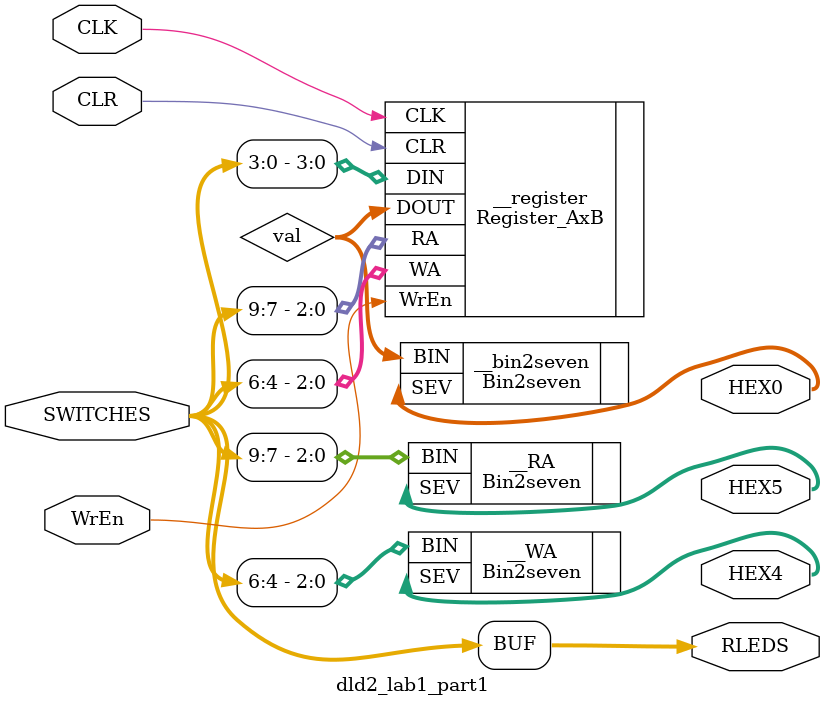
<source format=sv>

module dld2_lab1_part1(
	input [9:0] SWITCHES,
	input CLK, CLR, WrEn,
	
	output[9:0] RLEDS,
	output[6:0] HEX0, HEX5, HEX4
);
	//red leds show switch values
	assign RLEDS = SWITCHES;
	
	//used to send value to seven seg display
	wire [3:0] val;
	
	//the actual 8x4 register
	Register_AxB #(
			.NUM_REGS(8),
			.REG_SIZE(4),
			.ADDR_SIZE(3)
			
		) __register (
			.CLK(CLK),
			.CLR(CLR),
			.WrEn(WrEn),
			.DIN(SWITCHES[0+:4]),
			.DOUT(val),
			.RA(SWITCHES[7+:3]),
			.WA(SWITCHES[4+:3])
		);
	
	//display value of read address
	Bin2seven __bin2seven(
		.BIN(val),
		.SEV(HEX0)
	);
   
	//display read address
	Bin2seven __RA(
		.BIN(SWITCHES[7+:3]),
		.SEV(HEX5)
	);
	
	//display write address
	Bin2seven __WA(
		.BIN(SWITCHES[4+:3]),
		.SEV(HEX4)
	);
	
endmodule
</source>
